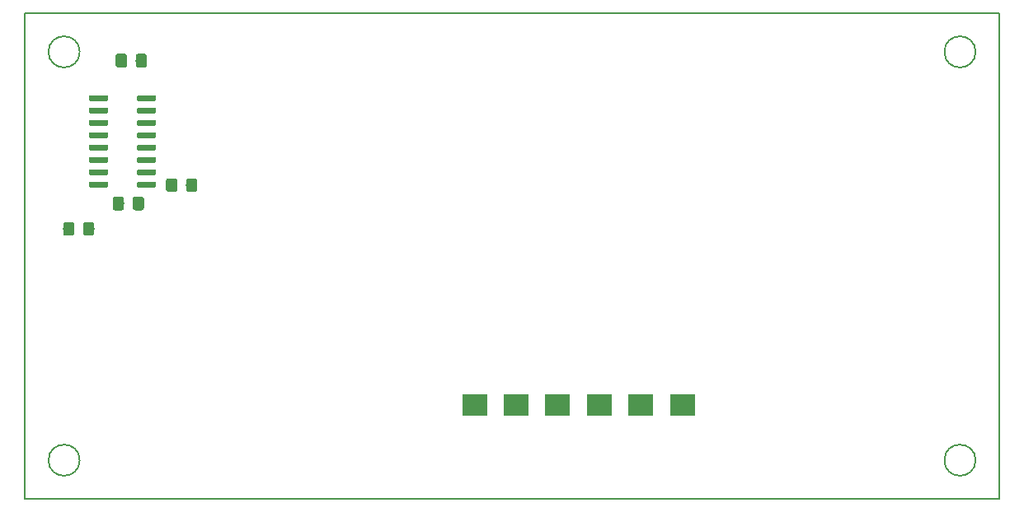
<source format=gbr>
%TF.GenerationSoftware,KiCad,Pcbnew,5.0.0-fee4fd1~66~ubuntu16.04.1*%
%TF.CreationDate,2020-03-09T22:27:40+01:00*%
%TF.ProjectId,robotond2020_ch340,726F626F746F6E64323032305F636833,rev?*%
%TF.SameCoordinates,Original*%
%TF.FileFunction,Paste,Bot*%
%TF.FilePolarity,Positive*%
%FSLAX46Y46*%
G04 Gerber Fmt 4.6, Leading zero omitted, Abs format (unit mm)*
G04 Created by KiCad (PCBNEW 5.0.0-fee4fd1~66~ubuntu16.04.1) date Mon Mar  9 22:27:40 2020*
%MOMM*%
%LPD*%
G01*
G04 APERTURE LIST*
%ADD10C,0.200000*%
%ADD11C,0.150000*%
%ADD12R,2.500000X2.300000*%
%ADD13C,1.150000*%
%ADD14C,0.600000*%
G04 APERTURE END LIST*
D10*
X197600000Y-96000000D02*
G75*
G03X197600000Y-96000000I-1600000J0D01*
G01*
X105600000Y-96000000D02*
G75*
G03X105600000Y-96000000I-1600000J0D01*
G01*
X105600000Y-54000000D02*
G75*
G03X105600000Y-54000000I-1600000J0D01*
G01*
X197600000Y-54000000D02*
G75*
G03X197600000Y-54000000I-1600000J0D01*
G01*
D11*
X100000000Y-100000000D02*
X100000000Y-50000000D01*
X200000000Y-100000000D02*
X100000000Y-100000000D01*
X200000000Y-50000000D02*
X200000000Y-100000000D01*
X100000000Y-50000000D02*
X200000000Y-50000000D01*
D12*
X167500000Y-90300000D03*
X163200000Y-90300000D03*
X154650000Y-90300000D03*
X158950000Y-90300000D03*
X150450000Y-90300000D03*
X146150000Y-90300000D03*
D11*
G36*
X117449506Y-67001204D02*
X117473774Y-67004804D01*
X117497573Y-67010765D01*
X117520672Y-67019030D01*
X117542851Y-67029520D01*
X117563894Y-67042132D01*
X117583600Y-67056747D01*
X117601778Y-67073223D01*
X117618254Y-67091401D01*
X117632869Y-67111107D01*
X117645481Y-67132150D01*
X117655971Y-67154329D01*
X117664236Y-67177428D01*
X117670197Y-67201227D01*
X117673797Y-67225495D01*
X117675001Y-67249999D01*
X117675001Y-68150001D01*
X117673797Y-68174505D01*
X117670197Y-68198773D01*
X117664236Y-68222572D01*
X117655971Y-68245671D01*
X117645481Y-68267850D01*
X117632869Y-68288893D01*
X117618254Y-68308599D01*
X117601778Y-68326777D01*
X117583600Y-68343253D01*
X117563894Y-68357868D01*
X117542851Y-68370480D01*
X117520672Y-68380970D01*
X117497573Y-68389235D01*
X117473774Y-68395196D01*
X117449506Y-68398796D01*
X117425002Y-68400000D01*
X116775000Y-68400000D01*
X116750496Y-68398796D01*
X116726228Y-68395196D01*
X116702429Y-68389235D01*
X116679330Y-68380970D01*
X116657151Y-68370480D01*
X116636108Y-68357868D01*
X116616402Y-68343253D01*
X116598224Y-68326777D01*
X116581748Y-68308599D01*
X116567133Y-68288893D01*
X116554521Y-68267850D01*
X116544031Y-68245671D01*
X116535766Y-68222572D01*
X116529805Y-68198773D01*
X116526205Y-68174505D01*
X116525001Y-68150001D01*
X116525001Y-67249999D01*
X116526205Y-67225495D01*
X116529805Y-67201227D01*
X116535766Y-67177428D01*
X116544031Y-67154329D01*
X116554521Y-67132150D01*
X116567133Y-67111107D01*
X116581748Y-67091401D01*
X116598224Y-67073223D01*
X116616402Y-67056747D01*
X116636108Y-67042132D01*
X116657151Y-67029520D01*
X116679330Y-67019030D01*
X116702429Y-67010765D01*
X116726228Y-67004804D01*
X116750496Y-67001204D01*
X116775000Y-67000000D01*
X117425002Y-67000000D01*
X117449506Y-67001204D01*
X117449506Y-67001204D01*
G37*
D13*
X117100001Y-67700000D03*
D11*
G36*
X115399506Y-67001204D02*
X115423774Y-67004804D01*
X115447573Y-67010765D01*
X115470672Y-67019030D01*
X115492851Y-67029520D01*
X115513894Y-67042132D01*
X115533600Y-67056747D01*
X115551778Y-67073223D01*
X115568254Y-67091401D01*
X115582869Y-67111107D01*
X115595481Y-67132150D01*
X115605971Y-67154329D01*
X115614236Y-67177428D01*
X115620197Y-67201227D01*
X115623797Y-67225495D01*
X115625001Y-67249999D01*
X115625001Y-68150001D01*
X115623797Y-68174505D01*
X115620197Y-68198773D01*
X115614236Y-68222572D01*
X115605971Y-68245671D01*
X115595481Y-68267850D01*
X115582869Y-68288893D01*
X115568254Y-68308599D01*
X115551778Y-68326777D01*
X115533600Y-68343253D01*
X115513894Y-68357868D01*
X115492851Y-68370480D01*
X115470672Y-68380970D01*
X115447573Y-68389235D01*
X115423774Y-68395196D01*
X115399506Y-68398796D01*
X115375002Y-68400000D01*
X114725000Y-68400000D01*
X114700496Y-68398796D01*
X114676228Y-68395196D01*
X114652429Y-68389235D01*
X114629330Y-68380970D01*
X114607151Y-68370480D01*
X114586108Y-68357868D01*
X114566402Y-68343253D01*
X114548224Y-68326777D01*
X114531748Y-68308599D01*
X114517133Y-68288893D01*
X114504521Y-68267850D01*
X114494031Y-68245671D01*
X114485766Y-68222572D01*
X114479805Y-68198773D01*
X114476205Y-68174505D01*
X114475001Y-68150001D01*
X114475001Y-67249999D01*
X114476205Y-67225495D01*
X114479805Y-67201227D01*
X114485766Y-67177428D01*
X114494031Y-67154329D01*
X114504521Y-67132150D01*
X114517133Y-67111107D01*
X114531748Y-67091401D01*
X114548224Y-67073223D01*
X114566402Y-67056747D01*
X114586108Y-67042132D01*
X114607151Y-67029520D01*
X114629330Y-67019030D01*
X114652429Y-67010765D01*
X114676228Y-67004804D01*
X114700496Y-67001204D01*
X114725000Y-67000000D01*
X115375002Y-67000000D01*
X115399506Y-67001204D01*
X115399506Y-67001204D01*
G37*
D13*
X115050001Y-67700000D03*
D11*
G36*
X106874505Y-71501204D02*
X106898773Y-71504804D01*
X106922572Y-71510765D01*
X106945671Y-71519030D01*
X106967850Y-71529520D01*
X106988893Y-71542132D01*
X107008599Y-71556747D01*
X107026777Y-71573223D01*
X107043253Y-71591401D01*
X107057868Y-71611107D01*
X107070480Y-71632150D01*
X107080970Y-71654329D01*
X107089235Y-71677428D01*
X107095196Y-71701227D01*
X107098796Y-71725495D01*
X107100000Y-71749999D01*
X107100000Y-72650001D01*
X107098796Y-72674505D01*
X107095196Y-72698773D01*
X107089235Y-72722572D01*
X107080970Y-72745671D01*
X107070480Y-72767850D01*
X107057868Y-72788893D01*
X107043253Y-72808599D01*
X107026777Y-72826777D01*
X107008599Y-72843253D01*
X106988893Y-72857868D01*
X106967850Y-72870480D01*
X106945671Y-72880970D01*
X106922572Y-72889235D01*
X106898773Y-72895196D01*
X106874505Y-72898796D01*
X106850001Y-72900000D01*
X106199999Y-72900000D01*
X106175495Y-72898796D01*
X106151227Y-72895196D01*
X106127428Y-72889235D01*
X106104329Y-72880970D01*
X106082150Y-72870480D01*
X106061107Y-72857868D01*
X106041401Y-72843253D01*
X106023223Y-72826777D01*
X106006747Y-72808599D01*
X105992132Y-72788893D01*
X105979520Y-72767850D01*
X105969030Y-72745671D01*
X105960765Y-72722572D01*
X105954804Y-72698773D01*
X105951204Y-72674505D01*
X105950000Y-72650001D01*
X105950000Y-71749999D01*
X105951204Y-71725495D01*
X105954804Y-71701227D01*
X105960765Y-71677428D01*
X105969030Y-71654329D01*
X105979520Y-71632150D01*
X105992132Y-71611107D01*
X106006747Y-71591401D01*
X106023223Y-71573223D01*
X106041401Y-71556747D01*
X106061107Y-71542132D01*
X106082150Y-71529520D01*
X106104329Y-71519030D01*
X106127428Y-71510765D01*
X106151227Y-71504804D01*
X106175495Y-71501204D01*
X106199999Y-71500000D01*
X106850001Y-71500000D01*
X106874505Y-71501204D01*
X106874505Y-71501204D01*
G37*
D13*
X106525000Y-72200000D03*
D11*
G36*
X104824505Y-71501204D02*
X104848773Y-71504804D01*
X104872572Y-71510765D01*
X104895671Y-71519030D01*
X104917850Y-71529520D01*
X104938893Y-71542132D01*
X104958599Y-71556747D01*
X104976777Y-71573223D01*
X104993253Y-71591401D01*
X105007868Y-71611107D01*
X105020480Y-71632150D01*
X105030970Y-71654329D01*
X105039235Y-71677428D01*
X105045196Y-71701227D01*
X105048796Y-71725495D01*
X105050000Y-71749999D01*
X105050000Y-72650001D01*
X105048796Y-72674505D01*
X105045196Y-72698773D01*
X105039235Y-72722572D01*
X105030970Y-72745671D01*
X105020480Y-72767850D01*
X105007868Y-72788893D01*
X104993253Y-72808599D01*
X104976777Y-72826777D01*
X104958599Y-72843253D01*
X104938893Y-72857868D01*
X104917850Y-72870480D01*
X104895671Y-72880970D01*
X104872572Y-72889235D01*
X104848773Y-72895196D01*
X104824505Y-72898796D01*
X104800001Y-72900000D01*
X104149999Y-72900000D01*
X104125495Y-72898796D01*
X104101227Y-72895196D01*
X104077428Y-72889235D01*
X104054329Y-72880970D01*
X104032150Y-72870480D01*
X104011107Y-72857868D01*
X103991401Y-72843253D01*
X103973223Y-72826777D01*
X103956747Y-72808599D01*
X103942132Y-72788893D01*
X103929520Y-72767850D01*
X103919030Y-72745671D01*
X103910765Y-72722572D01*
X103904804Y-72698773D01*
X103901204Y-72674505D01*
X103900000Y-72650001D01*
X103900000Y-71749999D01*
X103901204Y-71725495D01*
X103904804Y-71701227D01*
X103910765Y-71677428D01*
X103919030Y-71654329D01*
X103929520Y-71632150D01*
X103942132Y-71611107D01*
X103956747Y-71591401D01*
X103973223Y-71573223D01*
X103991401Y-71556747D01*
X104011107Y-71542132D01*
X104032150Y-71529520D01*
X104054329Y-71519030D01*
X104077428Y-71510765D01*
X104101227Y-71504804D01*
X104125495Y-71501204D01*
X104149999Y-71500000D01*
X104800001Y-71500000D01*
X104824505Y-71501204D01*
X104824505Y-71501204D01*
G37*
D13*
X104475000Y-72200000D03*
D11*
G36*
X112274505Y-54201204D02*
X112298773Y-54204804D01*
X112322572Y-54210765D01*
X112345671Y-54219030D01*
X112367850Y-54229520D01*
X112388893Y-54242132D01*
X112408599Y-54256747D01*
X112426777Y-54273223D01*
X112443253Y-54291401D01*
X112457868Y-54311107D01*
X112470480Y-54332150D01*
X112480970Y-54354329D01*
X112489235Y-54377428D01*
X112495196Y-54401227D01*
X112498796Y-54425495D01*
X112500000Y-54449999D01*
X112500000Y-55350001D01*
X112498796Y-55374505D01*
X112495196Y-55398773D01*
X112489235Y-55422572D01*
X112480970Y-55445671D01*
X112470480Y-55467850D01*
X112457868Y-55488893D01*
X112443253Y-55508599D01*
X112426777Y-55526777D01*
X112408599Y-55543253D01*
X112388893Y-55557868D01*
X112367850Y-55570480D01*
X112345671Y-55580970D01*
X112322572Y-55589235D01*
X112298773Y-55595196D01*
X112274505Y-55598796D01*
X112250001Y-55600000D01*
X111599999Y-55600000D01*
X111575495Y-55598796D01*
X111551227Y-55595196D01*
X111527428Y-55589235D01*
X111504329Y-55580970D01*
X111482150Y-55570480D01*
X111461107Y-55557868D01*
X111441401Y-55543253D01*
X111423223Y-55526777D01*
X111406747Y-55508599D01*
X111392132Y-55488893D01*
X111379520Y-55467850D01*
X111369030Y-55445671D01*
X111360765Y-55422572D01*
X111354804Y-55398773D01*
X111351204Y-55374505D01*
X111350000Y-55350001D01*
X111350000Y-54449999D01*
X111351204Y-54425495D01*
X111354804Y-54401227D01*
X111360765Y-54377428D01*
X111369030Y-54354329D01*
X111379520Y-54332150D01*
X111392132Y-54311107D01*
X111406747Y-54291401D01*
X111423223Y-54273223D01*
X111441401Y-54256747D01*
X111461107Y-54242132D01*
X111482150Y-54229520D01*
X111504329Y-54219030D01*
X111527428Y-54210765D01*
X111551227Y-54204804D01*
X111575495Y-54201204D01*
X111599999Y-54200000D01*
X112250001Y-54200000D01*
X112274505Y-54201204D01*
X112274505Y-54201204D01*
G37*
D13*
X111925000Y-54900000D03*
D11*
G36*
X110224505Y-54201204D02*
X110248773Y-54204804D01*
X110272572Y-54210765D01*
X110295671Y-54219030D01*
X110317850Y-54229520D01*
X110338893Y-54242132D01*
X110358599Y-54256747D01*
X110376777Y-54273223D01*
X110393253Y-54291401D01*
X110407868Y-54311107D01*
X110420480Y-54332150D01*
X110430970Y-54354329D01*
X110439235Y-54377428D01*
X110445196Y-54401227D01*
X110448796Y-54425495D01*
X110450000Y-54449999D01*
X110450000Y-55350001D01*
X110448796Y-55374505D01*
X110445196Y-55398773D01*
X110439235Y-55422572D01*
X110430970Y-55445671D01*
X110420480Y-55467850D01*
X110407868Y-55488893D01*
X110393253Y-55508599D01*
X110376777Y-55526777D01*
X110358599Y-55543253D01*
X110338893Y-55557868D01*
X110317850Y-55570480D01*
X110295671Y-55580970D01*
X110272572Y-55589235D01*
X110248773Y-55595196D01*
X110224505Y-55598796D01*
X110200001Y-55600000D01*
X109549999Y-55600000D01*
X109525495Y-55598796D01*
X109501227Y-55595196D01*
X109477428Y-55589235D01*
X109454329Y-55580970D01*
X109432150Y-55570480D01*
X109411107Y-55557868D01*
X109391401Y-55543253D01*
X109373223Y-55526777D01*
X109356747Y-55508599D01*
X109342132Y-55488893D01*
X109329520Y-55467850D01*
X109319030Y-55445671D01*
X109310765Y-55422572D01*
X109304804Y-55398773D01*
X109301204Y-55374505D01*
X109300000Y-55350001D01*
X109300000Y-54449999D01*
X109301204Y-54425495D01*
X109304804Y-54401227D01*
X109310765Y-54377428D01*
X109319030Y-54354329D01*
X109329520Y-54332150D01*
X109342132Y-54311107D01*
X109356747Y-54291401D01*
X109373223Y-54273223D01*
X109391401Y-54256747D01*
X109411107Y-54242132D01*
X109432150Y-54229520D01*
X109454329Y-54219030D01*
X109477428Y-54210765D01*
X109501227Y-54204804D01*
X109525495Y-54201204D01*
X109549999Y-54200000D01*
X110200001Y-54200000D01*
X110224505Y-54201204D01*
X110224505Y-54201204D01*
G37*
D13*
X109875000Y-54900000D03*
D11*
G36*
X109924505Y-68901204D02*
X109948773Y-68904804D01*
X109972572Y-68910765D01*
X109995671Y-68919030D01*
X110017850Y-68929520D01*
X110038893Y-68942132D01*
X110058599Y-68956747D01*
X110076777Y-68973223D01*
X110093253Y-68991401D01*
X110107868Y-69011107D01*
X110120480Y-69032150D01*
X110130970Y-69054329D01*
X110139235Y-69077428D01*
X110145196Y-69101227D01*
X110148796Y-69125495D01*
X110150000Y-69149999D01*
X110150000Y-70050001D01*
X110148796Y-70074505D01*
X110145196Y-70098773D01*
X110139235Y-70122572D01*
X110130970Y-70145671D01*
X110120480Y-70167850D01*
X110107868Y-70188893D01*
X110093253Y-70208599D01*
X110076777Y-70226777D01*
X110058599Y-70243253D01*
X110038893Y-70257868D01*
X110017850Y-70270480D01*
X109995671Y-70280970D01*
X109972572Y-70289235D01*
X109948773Y-70295196D01*
X109924505Y-70298796D01*
X109900001Y-70300000D01*
X109249999Y-70300000D01*
X109225495Y-70298796D01*
X109201227Y-70295196D01*
X109177428Y-70289235D01*
X109154329Y-70280970D01*
X109132150Y-70270480D01*
X109111107Y-70257868D01*
X109091401Y-70243253D01*
X109073223Y-70226777D01*
X109056747Y-70208599D01*
X109042132Y-70188893D01*
X109029520Y-70167850D01*
X109019030Y-70145671D01*
X109010765Y-70122572D01*
X109004804Y-70098773D01*
X109001204Y-70074505D01*
X109000000Y-70050001D01*
X109000000Y-69149999D01*
X109001204Y-69125495D01*
X109004804Y-69101227D01*
X109010765Y-69077428D01*
X109019030Y-69054329D01*
X109029520Y-69032150D01*
X109042132Y-69011107D01*
X109056747Y-68991401D01*
X109073223Y-68973223D01*
X109091401Y-68956747D01*
X109111107Y-68942132D01*
X109132150Y-68929520D01*
X109154329Y-68919030D01*
X109177428Y-68910765D01*
X109201227Y-68904804D01*
X109225495Y-68901204D01*
X109249999Y-68900000D01*
X109900001Y-68900000D01*
X109924505Y-68901204D01*
X109924505Y-68901204D01*
G37*
D13*
X109575000Y-69600000D03*
D11*
G36*
X111974505Y-68901204D02*
X111998773Y-68904804D01*
X112022572Y-68910765D01*
X112045671Y-68919030D01*
X112067850Y-68929520D01*
X112088893Y-68942132D01*
X112108599Y-68956747D01*
X112126777Y-68973223D01*
X112143253Y-68991401D01*
X112157868Y-69011107D01*
X112170480Y-69032150D01*
X112180970Y-69054329D01*
X112189235Y-69077428D01*
X112195196Y-69101227D01*
X112198796Y-69125495D01*
X112200000Y-69149999D01*
X112200000Y-70050001D01*
X112198796Y-70074505D01*
X112195196Y-70098773D01*
X112189235Y-70122572D01*
X112180970Y-70145671D01*
X112170480Y-70167850D01*
X112157868Y-70188893D01*
X112143253Y-70208599D01*
X112126777Y-70226777D01*
X112108599Y-70243253D01*
X112088893Y-70257868D01*
X112067850Y-70270480D01*
X112045671Y-70280970D01*
X112022572Y-70289235D01*
X111998773Y-70295196D01*
X111974505Y-70298796D01*
X111950001Y-70300000D01*
X111299999Y-70300000D01*
X111275495Y-70298796D01*
X111251227Y-70295196D01*
X111227428Y-70289235D01*
X111204329Y-70280970D01*
X111182150Y-70270480D01*
X111161107Y-70257868D01*
X111141401Y-70243253D01*
X111123223Y-70226777D01*
X111106747Y-70208599D01*
X111092132Y-70188893D01*
X111079520Y-70167850D01*
X111069030Y-70145671D01*
X111060765Y-70122572D01*
X111054804Y-70098773D01*
X111051204Y-70074505D01*
X111050000Y-70050001D01*
X111050000Y-69149999D01*
X111051204Y-69125495D01*
X111054804Y-69101227D01*
X111060765Y-69077428D01*
X111069030Y-69054329D01*
X111079520Y-69032150D01*
X111092132Y-69011107D01*
X111106747Y-68991401D01*
X111123223Y-68973223D01*
X111141401Y-68956747D01*
X111161107Y-68942132D01*
X111182150Y-68929520D01*
X111204329Y-68919030D01*
X111227428Y-68910765D01*
X111251227Y-68904804D01*
X111275495Y-68901204D01*
X111299999Y-68900000D01*
X111950001Y-68900000D01*
X111974505Y-68901204D01*
X111974505Y-68901204D01*
G37*
D13*
X111625000Y-69600000D03*
D11*
G36*
X108364703Y-67345722D02*
X108379264Y-67347882D01*
X108393543Y-67351459D01*
X108407403Y-67356418D01*
X108420710Y-67362712D01*
X108433336Y-67370280D01*
X108445159Y-67379048D01*
X108456066Y-67388934D01*
X108465952Y-67399841D01*
X108474720Y-67411664D01*
X108482288Y-67424290D01*
X108488582Y-67437597D01*
X108493541Y-67451457D01*
X108497118Y-67465736D01*
X108499278Y-67480297D01*
X108500000Y-67495000D01*
X108500000Y-67795000D01*
X108499278Y-67809703D01*
X108497118Y-67824264D01*
X108493541Y-67838543D01*
X108488582Y-67852403D01*
X108482288Y-67865710D01*
X108474720Y-67878336D01*
X108465952Y-67890159D01*
X108456066Y-67901066D01*
X108445159Y-67910952D01*
X108433336Y-67919720D01*
X108420710Y-67927288D01*
X108407403Y-67933582D01*
X108393543Y-67938541D01*
X108379264Y-67942118D01*
X108364703Y-67944278D01*
X108350000Y-67945000D01*
X106700000Y-67945000D01*
X106685297Y-67944278D01*
X106670736Y-67942118D01*
X106656457Y-67938541D01*
X106642597Y-67933582D01*
X106629290Y-67927288D01*
X106616664Y-67919720D01*
X106604841Y-67910952D01*
X106593934Y-67901066D01*
X106584048Y-67890159D01*
X106575280Y-67878336D01*
X106567712Y-67865710D01*
X106561418Y-67852403D01*
X106556459Y-67838543D01*
X106552882Y-67824264D01*
X106550722Y-67809703D01*
X106550000Y-67795000D01*
X106550000Y-67495000D01*
X106550722Y-67480297D01*
X106552882Y-67465736D01*
X106556459Y-67451457D01*
X106561418Y-67437597D01*
X106567712Y-67424290D01*
X106575280Y-67411664D01*
X106584048Y-67399841D01*
X106593934Y-67388934D01*
X106604841Y-67379048D01*
X106616664Y-67370280D01*
X106629290Y-67362712D01*
X106642597Y-67356418D01*
X106656457Y-67351459D01*
X106670736Y-67347882D01*
X106685297Y-67345722D01*
X106700000Y-67345000D01*
X108350000Y-67345000D01*
X108364703Y-67345722D01*
X108364703Y-67345722D01*
G37*
D14*
X107525000Y-67645000D03*
D11*
G36*
X108364703Y-66075722D02*
X108379264Y-66077882D01*
X108393543Y-66081459D01*
X108407403Y-66086418D01*
X108420710Y-66092712D01*
X108433336Y-66100280D01*
X108445159Y-66109048D01*
X108456066Y-66118934D01*
X108465952Y-66129841D01*
X108474720Y-66141664D01*
X108482288Y-66154290D01*
X108488582Y-66167597D01*
X108493541Y-66181457D01*
X108497118Y-66195736D01*
X108499278Y-66210297D01*
X108500000Y-66225000D01*
X108500000Y-66525000D01*
X108499278Y-66539703D01*
X108497118Y-66554264D01*
X108493541Y-66568543D01*
X108488582Y-66582403D01*
X108482288Y-66595710D01*
X108474720Y-66608336D01*
X108465952Y-66620159D01*
X108456066Y-66631066D01*
X108445159Y-66640952D01*
X108433336Y-66649720D01*
X108420710Y-66657288D01*
X108407403Y-66663582D01*
X108393543Y-66668541D01*
X108379264Y-66672118D01*
X108364703Y-66674278D01*
X108350000Y-66675000D01*
X106700000Y-66675000D01*
X106685297Y-66674278D01*
X106670736Y-66672118D01*
X106656457Y-66668541D01*
X106642597Y-66663582D01*
X106629290Y-66657288D01*
X106616664Y-66649720D01*
X106604841Y-66640952D01*
X106593934Y-66631066D01*
X106584048Y-66620159D01*
X106575280Y-66608336D01*
X106567712Y-66595710D01*
X106561418Y-66582403D01*
X106556459Y-66568543D01*
X106552882Y-66554264D01*
X106550722Y-66539703D01*
X106550000Y-66525000D01*
X106550000Y-66225000D01*
X106550722Y-66210297D01*
X106552882Y-66195736D01*
X106556459Y-66181457D01*
X106561418Y-66167597D01*
X106567712Y-66154290D01*
X106575280Y-66141664D01*
X106584048Y-66129841D01*
X106593934Y-66118934D01*
X106604841Y-66109048D01*
X106616664Y-66100280D01*
X106629290Y-66092712D01*
X106642597Y-66086418D01*
X106656457Y-66081459D01*
X106670736Y-66077882D01*
X106685297Y-66075722D01*
X106700000Y-66075000D01*
X108350000Y-66075000D01*
X108364703Y-66075722D01*
X108364703Y-66075722D01*
G37*
D14*
X107525000Y-66375000D03*
D11*
G36*
X108364703Y-64805722D02*
X108379264Y-64807882D01*
X108393543Y-64811459D01*
X108407403Y-64816418D01*
X108420710Y-64822712D01*
X108433336Y-64830280D01*
X108445159Y-64839048D01*
X108456066Y-64848934D01*
X108465952Y-64859841D01*
X108474720Y-64871664D01*
X108482288Y-64884290D01*
X108488582Y-64897597D01*
X108493541Y-64911457D01*
X108497118Y-64925736D01*
X108499278Y-64940297D01*
X108500000Y-64955000D01*
X108500000Y-65255000D01*
X108499278Y-65269703D01*
X108497118Y-65284264D01*
X108493541Y-65298543D01*
X108488582Y-65312403D01*
X108482288Y-65325710D01*
X108474720Y-65338336D01*
X108465952Y-65350159D01*
X108456066Y-65361066D01*
X108445159Y-65370952D01*
X108433336Y-65379720D01*
X108420710Y-65387288D01*
X108407403Y-65393582D01*
X108393543Y-65398541D01*
X108379264Y-65402118D01*
X108364703Y-65404278D01*
X108350000Y-65405000D01*
X106700000Y-65405000D01*
X106685297Y-65404278D01*
X106670736Y-65402118D01*
X106656457Y-65398541D01*
X106642597Y-65393582D01*
X106629290Y-65387288D01*
X106616664Y-65379720D01*
X106604841Y-65370952D01*
X106593934Y-65361066D01*
X106584048Y-65350159D01*
X106575280Y-65338336D01*
X106567712Y-65325710D01*
X106561418Y-65312403D01*
X106556459Y-65298543D01*
X106552882Y-65284264D01*
X106550722Y-65269703D01*
X106550000Y-65255000D01*
X106550000Y-64955000D01*
X106550722Y-64940297D01*
X106552882Y-64925736D01*
X106556459Y-64911457D01*
X106561418Y-64897597D01*
X106567712Y-64884290D01*
X106575280Y-64871664D01*
X106584048Y-64859841D01*
X106593934Y-64848934D01*
X106604841Y-64839048D01*
X106616664Y-64830280D01*
X106629290Y-64822712D01*
X106642597Y-64816418D01*
X106656457Y-64811459D01*
X106670736Y-64807882D01*
X106685297Y-64805722D01*
X106700000Y-64805000D01*
X108350000Y-64805000D01*
X108364703Y-64805722D01*
X108364703Y-64805722D01*
G37*
D14*
X107525000Y-65105000D03*
D11*
G36*
X108364703Y-63535722D02*
X108379264Y-63537882D01*
X108393543Y-63541459D01*
X108407403Y-63546418D01*
X108420710Y-63552712D01*
X108433336Y-63560280D01*
X108445159Y-63569048D01*
X108456066Y-63578934D01*
X108465952Y-63589841D01*
X108474720Y-63601664D01*
X108482288Y-63614290D01*
X108488582Y-63627597D01*
X108493541Y-63641457D01*
X108497118Y-63655736D01*
X108499278Y-63670297D01*
X108500000Y-63685000D01*
X108500000Y-63985000D01*
X108499278Y-63999703D01*
X108497118Y-64014264D01*
X108493541Y-64028543D01*
X108488582Y-64042403D01*
X108482288Y-64055710D01*
X108474720Y-64068336D01*
X108465952Y-64080159D01*
X108456066Y-64091066D01*
X108445159Y-64100952D01*
X108433336Y-64109720D01*
X108420710Y-64117288D01*
X108407403Y-64123582D01*
X108393543Y-64128541D01*
X108379264Y-64132118D01*
X108364703Y-64134278D01*
X108350000Y-64135000D01*
X106700000Y-64135000D01*
X106685297Y-64134278D01*
X106670736Y-64132118D01*
X106656457Y-64128541D01*
X106642597Y-64123582D01*
X106629290Y-64117288D01*
X106616664Y-64109720D01*
X106604841Y-64100952D01*
X106593934Y-64091066D01*
X106584048Y-64080159D01*
X106575280Y-64068336D01*
X106567712Y-64055710D01*
X106561418Y-64042403D01*
X106556459Y-64028543D01*
X106552882Y-64014264D01*
X106550722Y-63999703D01*
X106550000Y-63985000D01*
X106550000Y-63685000D01*
X106550722Y-63670297D01*
X106552882Y-63655736D01*
X106556459Y-63641457D01*
X106561418Y-63627597D01*
X106567712Y-63614290D01*
X106575280Y-63601664D01*
X106584048Y-63589841D01*
X106593934Y-63578934D01*
X106604841Y-63569048D01*
X106616664Y-63560280D01*
X106629290Y-63552712D01*
X106642597Y-63546418D01*
X106656457Y-63541459D01*
X106670736Y-63537882D01*
X106685297Y-63535722D01*
X106700000Y-63535000D01*
X108350000Y-63535000D01*
X108364703Y-63535722D01*
X108364703Y-63535722D01*
G37*
D14*
X107525000Y-63835000D03*
D11*
G36*
X108364703Y-62265722D02*
X108379264Y-62267882D01*
X108393543Y-62271459D01*
X108407403Y-62276418D01*
X108420710Y-62282712D01*
X108433336Y-62290280D01*
X108445159Y-62299048D01*
X108456066Y-62308934D01*
X108465952Y-62319841D01*
X108474720Y-62331664D01*
X108482288Y-62344290D01*
X108488582Y-62357597D01*
X108493541Y-62371457D01*
X108497118Y-62385736D01*
X108499278Y-62400297D01*
X108500000Y-62415000D01*
X108500000Y-62715000D01*
X108499278Y-62729703D01*
X108497118Y-62744264D01*
X108493541Y-62758543D01*
X108488582Y-62772403D01*
X108482288Y-62785710D01*
X108474720Y-62798336D01*
X108465952Y-62810159D01*
X108456066Y-62821066D01*
X108445159Y-62830952D01*
X108433336Y-62839720D01*
X108420710Y-62847288D01*
X108407403Y-62853582D01*
X108393543Y-62858541D01*
X108379264Y-62862118D01*
X108364703Y-62864278D01*
X108350000Y-62865000D01*
X106700000Y-62865000D01*
X106685297Y-62864278D01*
X106670736Y-62862118D01*
X106656457Y-62858541D01*
X106642597Y-62853582D01*
X106629290Y-62847288D01*
X106616664Y-62839720D01*
X106604841Y-62830952D01*
X106593934Y-62821066D01*
X106584048Y-62810159D01*
X106575280Y-62798336D01*
X106567712Y-62785710D01*
X106561418Y-62772403D01*
X106556459Y-62758543D01*
X106552882Y-62744264D01*
X106550722Y-62729703D01*
X106550000Y-62715000D01*
X106550000Y-62415000D01*
X106550722Y-62400297D01*
X106552882Y-62385736D01*
X106556459Y-62371457D01*
X106561418Y-62357597D01*
X106567712Y-62344290D01*
X106575280Y-62331664D01*
X106584048Y-62319841D01*
X106593934Y-62308934D01*
X106604841Y-62299048D01*
X106616664Y-62290280D01*
X106629290Y-62282712D01*
X106642597Y-62276418D01*
X106656457Y-62271459D01*
X106670736Y-62267882D01*
X106685297Y-62265722D01*
X106700000Y-62265000D01*
X108350000Y-62265000D01*
X108364703Y-62265722D01*
X108364703Y-62265722D01*
G37*
D14*
X107525000Y-62565000D03*
D11*
G36*
X108364703Y-60995722D02*
X108379264Y-60997882D01*
X108393543Y-61001459D01*
X108407403Y-61006418D01*
X108420710Y-61012712D01*
X108433336Y-61020280D01*
X108445159Y-61029048D01*
X108456066Y-61038934D01*
X108465952Y-61049841D01*
X108474720Y-61061664D01*
X108482288Y-61074290D01*
X108488582Y-61087597D01*
X108493541Y-61101457D01*
X108497118Y-61115736D01*
X108499278Y-61130297D01*
X108500000Y-61145000D01*
X108500000Y-61445000D01*
X108499278Y-61459703D01*
X108497118Y-61474264D01*
X108493541Y-61488543D01*
X108488582Y-61502403D01*
X108482288Y-61515710D01*
X108474720Y-61528336D01*
X108465952Y-61540159D01*
X108456066Y-61551066D01*
X108445159Y-61560952D01*
X108433336Y-61569720D01*
X108420710Y-61577288D01*
X108407403Y-61583582D01*
X108393543Y-61588541D01*
X108379264Y-61592118D01*
X108364703Y-61594278D01*
X108350000Y-61595000D01*
X106700000Y-61595000D01*
X106685297Y-61594278D01*
X106670736Y-61592118D01*
X106656457Y-61588541D01*
X106642597Y-61583582D01*
X106629290Y-61577288D01*
X106616664Y-61569720D01*
X106604841Y-61560952D01*
X106593934Y-61551066D01*
X106584048Y-61540159D01*
X106575280Y-61528336D01*
X106567712Y-61515710D01*
X106561418Y-61502403D01*
X106556459Y-61488543D01*
X106552882Y-61474264D01*
X106550722Y-61459703D01*
X106550000Y-61445000D01*
X106550000Y-61145000D01*
X106550722Y-61130297D01*
X106552882Y-61115736D01*
X106556459Y-61101457D01*
X106561418Y-61087597D01*
X106567712Y-61074290D01*
X106575280Y-61061664D01*
X106584048Y-61049841D01*
X106593934Y-61038934D01*
X106604841Y-61029048D01*
X106616664Y-61020280D01*
X106629290Y-61012712D01*
X106642597Y-61006418D01*
X106656457Y-61001459D01*
X106670736Y-60997882D01*
X106685297Y-60995722D01*
X106700000Y-60995000D01*
X108350000Y-60995000D01*
X108364703Y-60995722D01*
X108364703Y-60995722D01*
G37*
D14*
X107525000Y-61295000D03*
D11*
G36*
X108364703Y-59725722D02*
X108379264Y-59727882D01*
X108393543Y-59731459D01*
X108407403Y-59736418D01*
X108420710Y-59742712D01*
X108433336Y-59750280D01*
X108445159Y-59759048D01*
X108456066Y-59768934D01*
X108465952Y-59779841D01*
X108474720Y-59791664D01*
X108482288Y-59804290D01*
X108488582Y-59817597D01*
X108493541Y-59831457D01*
X108497118Y-59845736D01*
X108499278Y-59860297D01*
X108500000Y-59875000D01*
X108500000Y-60175000D01*
X108499278Y-60189703D01*
X108497118Y-60204264D01*
X108493541Y-60218543D01*
X108488582Y-60232403D01*
X108482288Y-60245710D01*
X108474720Y-60258336D01*
X108465952Y-60270159D01*
X108456066Y-60281066D01*
X108445159Y-60290952D01*
X108433336Y-60299720D01*
X108420710Y-60307288D01*
X108407403Y-60313582D01*
X108393543Y-60318541D01*
X108379264Y-60322118D01*
X108364703Y-60324278D01*
X108350000Y-60325000D01*
X106700000Y-60325000D01*
X106685297Y-60324278D01*
X106670736Y-60322118D01*
X106656457Y-60318541D01*
X106642597Y-60313582D01*
X106629290Y-60307288D01*
X106616664Y-60299720D01*
X106604841Y-60290952D01*
X106593934Y-60281066D01*
X106584048Y-60270159D01*
X106575280Y-60258336D01*
X106567712Y-60245710D01*
X106561418Y-60232403D01*
X106556459Y-60218543D01*
X106552882Y-60204264D01*
X106550722Y-60189703D01*
X106550000Y-60175000D01*
X106550000Y-59875000D01*
X106550722Y-59860297D01*
X106552882Y-59845736D01*
X106556459Y-59831457D01*
X106561418Y-59817597D01*
X106567712Y-59804290D01*
X106575280Y-59791664D01*
X106584048Y-59779841D01*
X106593934Y-59768934D01*
X106604841Y-59759048D01*
X106616664Y-59750280D01*
X106629290Y-59742712D01*
X106642597Y-59736418D01*
X106656457Y-59731459D01*
X106670736Y-59727882D01*
X106685297Y-59725722D01*
X106700000Y-59725000D01*
X108350000Y-59725000D01*
X108364703Y-59725722D01*
X108364703Y-59725722D01*
G37*
D14*
X107525000Y-60025000D03*
D11*
G36*
X108364703Y-58455722D02*
X108379264Y-58457882D01*
X108393543Y-58461459D01*
X108407403Y-58466418D01*
X108420710Y-58472712D01*
X108433336Y-58480280D01*
X108445159Y-58489048D01*
X108456066Y-58498934D01*
X108465952Y-58509841D01*
X108474720Y-58521664D01*
X108482288Y-58534290D01*
X108488582Y-58547597D01*
X108493541Y-58561457D01*
X108497118Y-58575736D01*
X108499278Y-58590297D01*
X108500000Y-58605000D01*
X108500000Y-58905000D01*
X108499278Y-58919703D01*
X108497118Y-58934264D01*
X108493541Y-58948543D01*
X108488582Y-58962403D01*
X108482288Y-58975710D01*
X108474720Y-58988336D01*
X108465952Y-59000159D01*
X108456066Y-59011066D01*
X108445159Y-59020952D01*
X108433336Y-59029720D01*
X108420710Y-59037288D01*
X108407403Y-59043582D01*
X108393543Y-59048541D01*
X108379264Y-59052118D01*
X108364703Y-59054278D01*
X108350000Y-59055000D01*
X106700000Y-59055000D01*
X106685297Y-59054278D01*
X106670736Y-59052118D01*
X106656457Y-59048541D01*
X106642597Y-59043582D01*
X106629290Y-59037288D01*
X106616664Y-59029720D01*
X106604841Y-59020952D01*
X106593934Y-59011066D01*
X106584048Y-59000159D01*
X106575280Y-58988336D01*
X106567712Y-58975710D01*
X106561418Y-58962403D01*
X106556459Y-58948543D01*
X106552882Y-58934264D01*
X106550722Y-58919703D01*
X106550000Y-58905000D01*
X106550000Y-58605000D01*
X106550722Y-58590297D01*
X106552882Y-58575736D01*
X106556459Y-58561457D01*
X106561418Y-58547597D01*
X106567712Y-58534290D01*
X106575280Y-58521664D01*
X106584048Y-58509841D01*
X106593934Y-58498934D01*
X106604841Y-58489048D01*
X106616664Y-58480280D01*
X106629290Y-58472712D01*
X106642597Y-58466418D01*
X106656457Y-58461459D01*
X106670736Y-58457882D01*
X106685297Y-58455722D01*
X106700000Y-58455000D01*
X108350000Y-58455000D01*
X108364703Y-58455722D01*
X108364703Y-58455722D01*
G37*
D14*
X107525000Y-58755000D03*
D11*
G36*
X113314703Y-58455722D02*
X113329264Y-58457882D01*
X113343543Y-58461459D01*
X113357403Y-58466418D01*
X113370710Y-58472712D01*
X113383336Y-58480280D01*
X113395159Y-58489048D01*
X113406066Y-58498934D01*
X113415952Y-58509841D01*
X113424720Y-58521664D01*
X113432288Y-58534290D01*
X113438582Y-58547597D01*
X113443541Y-58561457D01*
X113447118Y-58575736D01*
X113449278Y-58590297D01*
X113450000Y-58605000D01*
X113450000Y-58905000D01*
X113449278Y-58919703D01*
X113447118Y-58934264D01*
X113443541Y-58948543D01*
X113438582Y-58962403D01*
X113432288Y-58975710D01*
X113424720Y-58988336D01*
X113415952Y-59000159D01*
X113406066Y-59011066D01*
X113395159Y-59020952D01*
X113383336Y-59029720D01*
X113370710Y-59037288D01*
X113357403Y-59043582D01*
X113343543Y-59048541D01*
X113329264Y-59052118D01*
X113314703Y-59054278D01*
X113300000Y-59055000D01*
X111650000Y-59055000D01*
X111635297Y-59054278D01*
X111620736Y-59052118D01*
X111606457Y-59048541D01*
X111592597Y-59043582D01*
X111579290Y-59037288D01*
X111566664Y-59029720D01*
X111554841Y-59020952D01*
X111543934Y-59011066D01*
X111534048Y-59000159D01*
X111525280Y-58988336D01*
X111517712Y-58975710D01*
X111511418Y-58962403D01*
X111506459Y-58948543D01*
X111502882Y-58934264D01*
X111500722Y-58919703D01*
X111500000Y-58905000D01*
X111500000Y-58605000D01*
X111500722Y-58590297D01*
X111502882Y-58575736D01*
X111506459Y-58561457D01*
X111511418Y-58547597D01*
X111517712Y-58534290D01*
X111525280Y-58521664D01*
X111534048Y-58509841D01*
X111543934Y-58498934D01*
X111554841Y-58489048D01*
X111566664Y-58480280D01*
X111579290Y-58472712D01*
X111592597Y-58466418D01*
X111606457Y-58461459D01*
X111620736Y-58457882D01*
X111635297Y-58455722D01*
X111650000Y-58455000D01*
X113300000Y-58455000D01*
X113314703Y-58455722D01*
X113314703Y-58455722D01*
G37*
D14*
X112475000Y-58755000D03*
D11*
G36*
X113314703Y-59725722D02*
X113329264Y-59727882D01*
X113343543Y-59731459D01*
X113357403Y-59736418D01*
X113370710Y-59742712D01*
X113383336Y-59750280D01*
X113395159Y-59759048D01*
X113406066Y-59768934D01*
X113415952Y-59779841D01*
X113424720Y-59791664D01*
X113432288Y-59804290D01*
X113438582Y-59817597D01*
X113443541Y-59831457D01*
X113447118Y-59845736D01*
X113449278Y-59860297D01*
X113450000Y-59875000D01*
X113450000Y-60175000D01*
X113449278Y-60189703D01*
X113447118Y-60204264D01*
X113443541Y-60218543D01*
X113438582Y-60232403D01*
X113432288Y-60245710D01*
X113424720Y-60258336D01*
X113415952Y-60270159D01*
X113406066Y-60281066D01*
X113395159Y-60290952D01*
X113383336Y-60299720D01*
X113370710Y-60307288D01*
X113357403Y-60313582D01*
X113343543Y-60318541D01*
X113329264Y-60322118D01*
X113314703Y-60324278D01*
X113300000Y-60325000D01*
X111650000Y-60325000D01*
X111635297Y-60324278D01*
X111620736Y-60322118D01*
X111606457Y-60318541D01*
X111592597Y-60313582D01*
X111579290Y-60307288D01*
X111566664Y-60299720D01*
X111554841Y-60290952D01*
X111543934Y-60281066D01*
X111534048Y-60270159D01*
X111525280Y-60258336D01*
X111517712Y-60245710D01*
X111511418Y-60232403D01*
X111506459Y-60218543D01*
X111502882Y-60204264D01*
X111500722Y-60189703D01*
X111500000Y-60175000D01*
X111500000Y-59875000D01*
X111500722Y-59860297D01*
X111502882Y-59845736D01*
X111506459Y-59831457D01*
X111511418Y-59817597D01*
X111517712Y-59804290D01*
X111525280Y-59791664D01*
X111534048Y-59779841D01*
X111543934Y-59768934D01*
X111554841Y-59759048D01*
X111566664Y-59750280D01*
X111579290Y-59742712D01*
X111592597Y-59736418D01*
X111606457Y-59731459D01*
X111620736Y-59727882D01*
X111635297Y-59725722D01*
X111650000Y-59725000D01*
X113300000Y-59725000D01*
X113314703Y-59725722D01*
X113314703Y-59725722D01*
G37*
D14*
X112475000Y-60025000D03*
D11*
G36*
X113314703Y-60995722D02*
X113329264Y-60997882D01*
X113343543Y-61001459D01*
X113357403Y-61006418D01*
X113370710Y-61012712D01*
X113383336Y-61020280D01*
X113395159Y-61029048D01*
X113406066Y-61038934D01*
X113415952Y-61049841D01*
X113424720Y-61061664D01*
X113432288Y-61074290D01*
X113438582Y-61087597D01*
X113443541Y-61101457D01*
X113447118Y-61115736D01*
X113449278Y-61130297D01*
X113450000Y-61145000D01*
X113450000Y-61445000D01*
X113449278Y-61459703D01*
X113447118Y-61474264D01*
X113443541Y-61488543D01*
X113438582Y-61502403D01*
X113432288Y-61515710D01*
X113424720Y-61528336D01*
X113415952Y-61540159D01*
X113406066Y-61551066D01*
X113395159Y-61560952D01*
X113383336Y-61569720D01*
X113370710Y-61577288D01*
X113357403Y-61583582D01*
X113343543Y-61588541D01*
X113329264Y-61592118D01*
X113314703Y-61594278D01*
X113300000Y-61595000D01*
X111650000Y-61595000D01*
X111635297Y-61594278D01*
X111620736Y-61592118D01*
X111606457Y-61588541D01*
X111592597Y-61583582D01*
X111579290Y-61577288D01*
X111566664Y-61569720D01*
X111554841Y-61560952D01*
X111543934Y-61551066D01*
X111534048Y-61540159D01*
X111525280Y-61528336D01*
X111517712Y-61515710D01*
X111511418Y-61502403D01*
X111506459Y-61488543D01*
X111502882Y-61474264D01*
X111500722Y-61459703D01*
X111500000Y-61445000D01*
X111500000Y-61145000D01*
X111500722Y-61130297D01*
X111502882Y-61115736D01*
X111506459Y-61101457D01*
X111511418Y-61087597D01*
X111517712Y-61074290D01*
X111525280Y-61061664D01*
X111534048Y-61049841D01*
X111543934Y-61038934D01*
X111554841Y-61029048D01*
X111566664Y-61020280D01*
X111579290Y-61012712D01*
X111592597Y-61006418D01*
X111606457Y-61001459D01*
X111620736Y-60997882D01*
X111635297Y-60995722D01*
X111650000Y-60995000D01*
X113300000Y-60995000D01*
X113314703Y-60995722D01*
X113314703Y-60995722D01*
G37*
D14*
X112475000Y-61295000D03*
D11*
G36*
X113314703Y-62265722D02*
X113329264Y-62267882D01*
X113343543Y-62271459D01*
X113357403Y-62276418D01*
X113370710Y-62282712D01*
X113383336Y-62290280D01*
X113395159Y-62299048D01*
X113406066Y-62308934D01*
X113415952Y-62319841D01*
X113424720Y-62331664D01*
X113432288Y-62344290D01*
X113438582Y-62357597D01*
X113443541Y-62371457D01*
X113447118Y-62385736D01*
X113449278Y-62400297D01*
X113450000Y-62415000D01*
X113450000Y-62715000D01*
X113449278Y-62729703D01*
X113447118Y-62744264D01*
X113443541Y-62758543D01*
X113438582Y-62772403D01*
X113432288Y-62785710D01*
X113424720Y-62798336D01*
X113415952Y-62810159D01*
X113406066Y-62821066D01*
X113395159Y-62830952D01*
X113383336Y-62839720D01*
X113370710Y-62847288D01*
X113357403Y-62853582D01*
X113343543Y-62858541D01*
X113329264Y-62862118D01*
X113314703Y-62864278D01*
X113300000Y-62865000D01*
X111650000Y-62865000D01*
X111635297Y-62864278D01*
X111620736Y-62862118D01*
X111606457Y-62858541D01*
X111592597Y-62853582D01*
X111579290Y-62847288D01*
X111566664Y-62839720D01*
X111554841Y-62830952D01*
X111543934Y-62821066D01*
X111534048Y-62810159D01*
X111525280Y-62798336D01*
X111517712Y-62785710D01*
X111511418Y-62772403D01*
X111506459Y-62758543D01*
X111502882Y-62744264D01*
X111500722Y-62729703D01*
X111500000Y-62715000D01*
X111500000Y-62415000D01*
X111500722Y-62400297D01*
X111502882Y-62385736D01*
X111506459Y-62371457D01*
X111511418Y-62357597D01*
X111517712Y-62344290D01*
X111525280Y-62331664D01*
X111534048Y-62319841D01*
X111543934Y-62308934D01*
X111554841Y-62299048D01*
X111566664Y-62290280D01*
X111579290Y-62282712D01*
X111592597Y-62276418D01*
X111606457Y-62271459D01*
X111620736Y-62267882D01*
X111635297Y-62265722D01*
X111650000Y-62265000D01*
X113300000Y-62265000D01*
X113314703Y-62265722D01*
X113314703Y-62265722D01*
G37*
D14*
X112475000Y-62565000D03*
D11*
G36*
X113314703Y-63535722D02*
X113329264Y-63537882D01*
X113343543Y-63541459D01*
X113357403Y-63546418D01*
X113370710Y-63552712D01*
X113383336Y-63560280D01*
X113395159Y-63569048D01*
X113406066Y-63578934D01*
X113415952Y-63589841D01*
X113424720Y-63601664D01*
X113432288Y-63614290D01*
X113438582Y-63627597D01*
X113443541Y-63641457D01*
X113447118Y-63655736D01*
X113449278Y-63670297D01*
X113450000Y-63685000D01*
X113450000Y-63985000D01*
X113449278Y-63999703D01*
X113447118Y-64014264D01*
X113443541Y-64028543D01*
X113438582Y-64042403D01*
X113432288Y-64055710D01*
X113424720Y-64068336D01*
X113415952Y-64080159D01*
X113406066Y-64091066D01*
X113395159Y-64100952D01*
X113383336Y-64109720D01*
X113370710Y-64117288D01*
X113357403Y-64123582D01*
X113343543Y-64128541D01*
X113329264Y-64132118D01*
X113314703Y-64134278D01*
X113300000Y-64135000D01*
X111650000Y-64135000D01*
X111635297Y-64134278D01*
X111620736Y-64132118D01*
X111606457Y-64128541D01*
X111592597Y-64123582D01*
X111579290Y-64117288D01*
X111566664Y-64109720D01*
X111554841Y-64100952D01*
X111543934Y-64091066D01*
X111534048Y-64080159D01*
X111525280Y-64068336D01*
X111517712Y-64055710D01*
X111511418Y-64042403D01*
X111506459Y-64028543D01*
X111502882Y-64014264D01*
X111500722Y-63999703D01*
X111500000Y-63985000D01*
X111500000Y-63685000D01*
X111500722Y-63670297D01*
X111502882Y-63655736D01*
X111506459Y-63641457D01*
X111511418Y-63627597D01*
X111517712Y-63614290D01*
X111525280Y-63601664D01*
X111534048Y-63589841D01*
X111543934Y-63578934D01*
X111554841Y-63569048D01*
X111566664Y-63560280D01*
X111579290Y-63552712D01*
X111592597Y-63546418D01*
X111606457Y-63541459D01*
X111620736Y-63537882D01*
X111635297Y-63535722D01*
X111650000Y-63535000D01*
X113300000Y-63535000D01*
X113314703Y-63535722D01*
X113314703Y-63535722D01*
G37*
D14*
X112475000Y-63835000D03*
D11*
G36*
X113314703Y-64805722D02*
X113329264Y-64807882D01*
X113343543Y-64811459D01*
X113357403Y-64816418D01*
X113370710Y-64822712D01*
X113383336Y-64830280D01*
X113395159Y-64839048D01*
X113406066Y-64848934D01*
X113415952Y-64859841D01*
X113424720Y-64871664D01*
X113432288Y-64884290D01*
X113438582Y-64897597D01*
X113443541Y-64911457D01*
X113447118Y-64925736D01*
X113449278Y-64940297D01*
X113450000Y-64955000D01*
X113450000Y-65255000D01*
X113449278Y-65269703D01*
X113447118Y-65284264D01*
X113443541Y-65298543D01*
X113438582Y-65312403D01*
X113432288Y-65325710D01*
X113424720Y-65338336D01*
X113415952Y-65350159D01*
X113406066Y-65361066D01*
X113395159Y-65370952D01*
X113383336Y-65379720D01*
X113370710Y-65387288D01*
X113357403Y-65393582D01*
X113343543Y-65398541D01*
X113329264Y-65402118D01*
X113314703Y-65404278D01*
X113300000Y-65405000D01*
X111650000Y-65405000D01*
X111635297Y-65404278D01*
X111620736Y-65402118D01*
X111606457Y-65398541D01*
X111592597Y-65393582D01*
X111579290Y-65387288D01*
X111566664Y-65379720D01*
X111554841Y-65370952D01*
X111543934Y-65361066D01*
X111534048Y-65350159D01*
X111525280Y-65338336D01*
X111517712Y-65325710D01*
X111511418Y-65312403D01*
X111506459Y-65298543D01*
X111502882Y-65284264D01*
X111500722Y-65269703D01*
X111500000Y-65255000D01*
X111500000Y-64955000D01*
X111500722Y-64940297D01*
X111502882Y-64925736D01*
X111506459Y-64911457D01*
X111511418Y-64897597D01*
X111517712Y-64884290D01*
X111525280Y-64871664D01*
X111534048Y-64859841D01*
X111543934Y-64848934D01*
X111554841Y-64839048D01*
X111566664Y-64830280D01*
X111579290Y-64822712D01*
X111592597Y-64816418D01*
X111606457Y-64811459D01*
X111620736Y-64807882D01*
X111635297Y-64805722D01*
X111650000Y-64805000D01*
X113300000Y-64805000D01*
X113314703Y-64805722D01*
X113314703Y-64805722D01*
G37*
D14*
X112475000Y-65105000D03*
D11*
G36*
X113314703Y-66075722D02*
X113329264Y-66077882D01*
X113343543Y-66081459D01*
X113357403Y-66086418D01*
X113370710Y-66092712D01*
X113383336Y-66100280D01*
X113395159Y-66109048D01*
X113406066Y-66118934D01*
X113415952Y-66129841D01*
X113424720Y-66141664D01*
X113432288Y-66154290D01*
X113438582Y-66167597D01*
X113443541Y-66181457D01*
X113447118Y-66195736D01*
X113449278Y-66210297D01*
X113450000Y-66225000D01*
X113450000Y-66525000D01*
X113449278Y-66539703D01*
X113447118Y-66554264D01*
X113443541Y-66568543D01*
X113438582Y-66582403D01*
X113432288Y-66595710D01*
X113424720Y-66608336D01*
X113415952Y-66620159D01*
X113406066Y-66631066D01*
X113395159Y-66640952D01*
X113383336Y-66649720D01*
X113370710Y-66657288D01*
X113357403Y-66663582D01*
X113343543Y-66668541D01*
X113329264Y-66672118D01*
X113314703Y-66674278D01*
X113300000Y-66675000D01*
X111650000Y-66675000D01*
X111635297Y-66674278D01*
X111620736Y-66672118D01*
X111606457Y-66668541D01*
X111592597Y-66663582D01*
X111579290Y-66657288D01*
X111566664Y-66649720D01*
X111554841Y-66640952D01*
X111543934Y-66631066D01*
X111534048Y-66620159D01*
X111525280Y-66608336D01*
X111517712Y-66595710D01*
X111511418Y-66582403D01*
X111506459Y-66568543D01*
X111502882Y-66554264D01*
X111500722Y-66539703D01*
X111500000Y-66525000D01*
X111500000Y-66225000D01*
X111500722Y-66210297D01*
X111502882Y-66195736D01*
X111506459Y-66181457D01*
X111511418Y-66167597D01*
X111517712Y-66154290D01*
X111525280Y-66141664D01*
X111534048Y-66129841D01*
X111543934Y-66118934D01*
X111554841Y-66109048D01*
X111566664Y-66100280D01*
X111579290Y-66092712D01*
X111592597Y-66086418D01*
X111606457Y-66081459D01*
X111620736Y-66077882D01*
X111635297Y-66075722D01*
X111650000Y-66075000D01*
X113300000Y-66075000D01*
X113314703Y-66075722D01*
X113314703Y-66075722D01*
G37*
D14*
X112475000Y-66375000D03*
D11*
G36*
X113314703Y-67345722D02*
X113329264Y-67347882D01*
X113343543Y-67351459D01*
X113357403Y-67356418D01*
X113370710Y-67362712D01*
X113383336Y-67370280D01*
X113395159Y-67379048D01*
X113406066Y-67388934D01*
X113415952Y-67399841D01*
X113424720Y-67411664D01*
X113432288Y-67424290D01*
X113438582Y-67437597D01*
X113443541Y-67451457D01*
X113447118Y-67465736D01*
X113449278Y-67480297D01*
X113450000Y-67495000D01*
X113450000Y-67795000D01*
X113449278Y-67809703D01*
X113447118Y-67824264D01*
X113443541Y-67838543D01*
X113438582Y-67852403D01*
X113432288Y-67865710D01*
X113424720Y-67878336D01*
X113415952Y-67890159D01*
X113406066Y-67901066D01*
X113395159Y-67910952D01*
X113383336Y-67919720D01*
X113370710Y-67927288D01*
X113357403Y-67933582D01*
X113343543Y-67938541D01*
X113329264Y-67942118D01*
X113314703Y-67944278D01*
X113300000Y-67945000D01*
X111650000Y-67945000D01*
X111635297Y-67944278D01*
X111620736Y-67942118D01*
X111606457Y-67938541D01*
X111592597Y-67933582D01*
X111579290Y-67927288D01*
X111566664Y-67919720D01*
X111554841Y-67910952D01*
X111543934Y-67901066D01*
X111534048Y-67890159D01*
X111525280Y-67878336D01*
X111517712Y-67865710D01*
X111511418Y-67852403D01*
X111506459Y-67838543D01*
X111502882Y-67824264D01*
X111500722Y-67809703D01*
X111500000Y-67795000D01*
X111500000Y-67495000D01*
X111500722Y-67480297D01*
X111502882Y-67465736D01*
X111506459Y-67451457D01*
X111511418Y-67437597D01*
X111517712Y-67424290D01*
X111525280Y-67411664D01*
X111534048Y-67399841D01*
X111543934Y-67388934D01*
X111554841Y-67379048D01*
X111566664Y-67370280D01*
X111579290Y-67362712D01*
X111592597Y-67356418D01*
X111606457Y-67351459D01*
X111620736Y-67347882D01*
X111635297Y-67345722D01*
X111650000Y-67345000D01*
X113300000Y-67345000D01*
X113314703Y-67345722D01*
X113314703Y-67345722D01*
G37*
D14*
X112475000Y-67645000D03*
M02*

</source>
